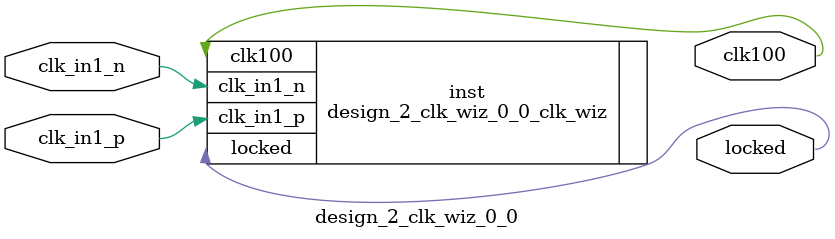
<source format=v>


`timescale 1ps/1ps

(* CORE_GENERATION_INFO = "design_2_clk_wiz_0_0,clk_wiz_v6_0_5_0_0,{component_name=design_2_clk_wiz_0_0,use_phase_alignment=false,use_min_o_jitter=false,use_max_i_jitter=false,use_dyn_phase_shift=false,use_inclk_switchover=false,use_dyn_reconfig=false,enable_axi=0,feedback_source=FDBK_AUTO,PRIMITIVE=MMCM,num_out_clk=1,clkin1_period=8.000,clkin2_period=10.000,use_power_down=false,use_reset=false,use_locked=true,use_inclk_stopped=false,feedback_type=SINGLE,CLOCK_MGR_TYPE=NA,manual_override=false}" *)

module design_2_clk_wiz_0_0 
 (
  // Clock out ports
  output        clk100,
  // Status and control signals
  output        locked,
 // Clock in ports
  input         clk_in1_p,
  input         clk_in1_n
 );

  design_2_clk_wiz_0_0_clk_wiz inst
  (
  // Clock out ports  
  .clk100(clk100),
  // Status and control signals               
  .locked(locked),
 // Clock in ports
  .clk_in1_p(clk_in1_p),
  .clk_in1_n(clk_in1_n)
  );

endmodule

</source>
